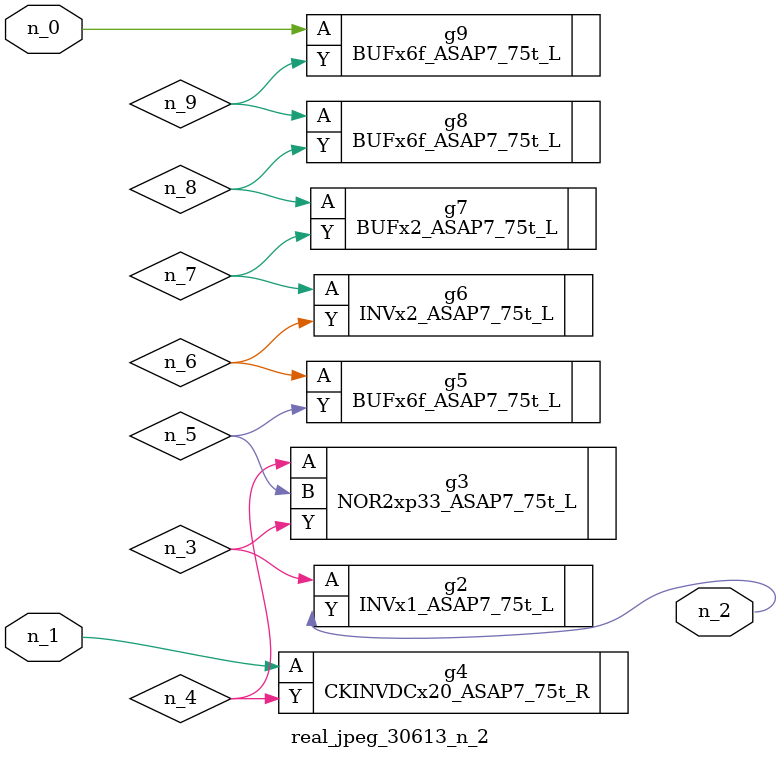
<source format=v>
module real_jpeg_30613_n_2 (n_1, n_0, n_2);

input n_1;
input n_0;

output n_2;

wire n_5;
wire n_4;
wire n_8;
wire n_6;
wire n_7;
wire n_3;
wire n_9;

BUFx6f_ASAP7_75t_L g9 ( 
.A(n_0),
.Y(n_9)
);

CKINVDCx20_ASAP7_75t_R g4 ( 
.A(n_1),
.Y(n_4)
);

INVx1_ASAP7_75t_L g2 ( 
.A(n_3),
.Y(n_2)
);

NOR2xp33_ASAP7_75t_L g3 ( 
.A(n_4),
.B(n_5),
.Y(n_3)
);

BUFx6f_ASAP7_75t_L g5 ( 
.A(n_6),
.Y(n_5)
);

INVx2_ASAP7_75t_L g6 ( 
.A(n_7),
.Y(n_6)
);

BUFx2_ASAP7_75t_L g7 ( 
.A(n_8),
.Y(n_7)
);

BUFx6f_ASAP7_75t_L g8 ( 
.A(n_9),
.Y(n_8)
);


endmodule
</source>
